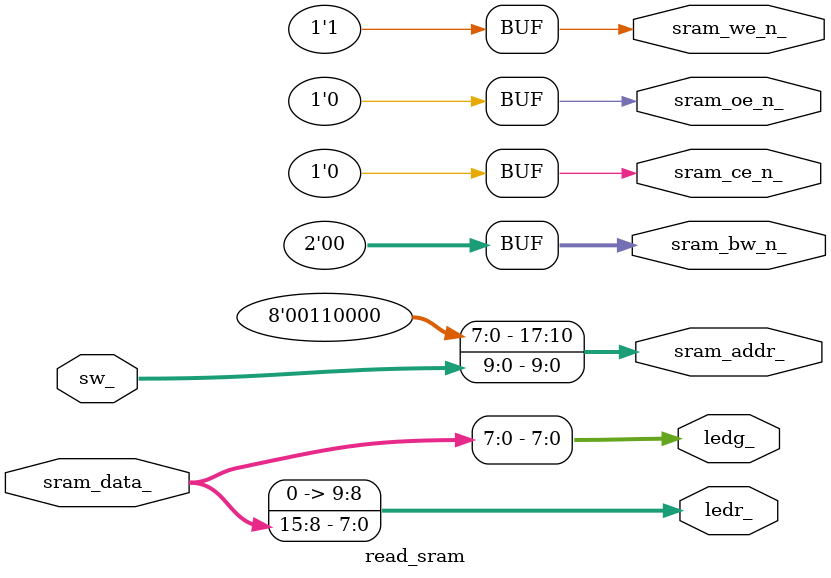
<source format=v>
module read_sram (
    output [9:0] ledr_,
    output [7:0] ledg_,
    input  [9:0] sw_,

    // Pad signals
    output  [17:0] sram_addr_,
    input   [15:0] sram_data_,
    output         sram_we_n_,
    output         sram_oe_n_,
    output         sram_ce_n_,
    output  [ 1:0] sram_bw_n_
  );

  // Continuous assignments
  assign sram_addr_      = { 8'b0011_0000, sw_ };
  assign { ledr_,ledg_ } = { 2'b00, sram_data_ };

  assign sram_we_n_ = 1'b1;
  assign sram_oe_n_ = 1'b0;
  assign sram_ce_n_ = 1'b0;
  assign sram_bw_n_ = 2'b00;
endmodule

</source>
